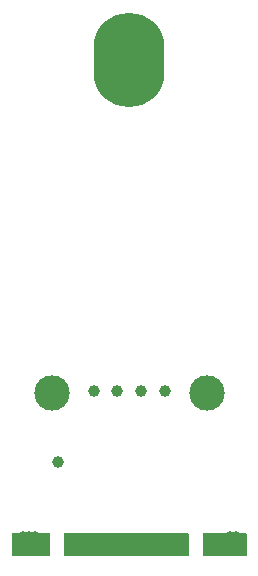
<source format=gbr>
%TF.GenerationSoftware,KiCad,Pcbnew,7.0.0-da2b9df05c~171~ubuntu20.04.1*%
%TF.CreationDate,2023-03-04T21:27:30-05:00*%
%TF.ProjectId,USB 2242,4c6f6769-7465-4636-9820-556e69667969,B*%
%TF.SameCoordinates,Original*%
%TF.FileFunction,Soldermask,Bot*%
%TF.FilePolarity,Negative*%
%FSLAX46Y46*%
G04 Gerber Fmt 4.6, Leading zero omitted, Abs format (unit mm)*
G04 Created by KiCad (PCBNEW 7.0.0-da2b9df05c~171~ubuntu20.04.1) date 2023-03-04 21:27:30*
%MOMM*%
%LPD*%
G01*
G04 APERTURE LIST*
G04 Aperture macros list*
%AMFreePoly0*
4,1,33,0.102133,0.973559,0.135618,0.966898,0.162652,0.955700,0.191039,0.936733,0.211733,0.916039,0.230700,0.887652,0.241898,0.860618,0.248559,0.827133,0.250000,0.812500,0.250000,-0.760000,0.244291,-0.788701,0.228033,-0.813033,0.088033,-0.953033,0.063701,-0.969291,0.035000,-0.975000,-0.035000,-0.975000,-0.063701,-0.969291,-0.088033,-0.953033,-0.228033,-0.813033,-0.244291,-0.788701,
-0.250000,-0.760000,-0.250000,0.812500,-0.248559,0.827133,-0.241898,0.860618,-0.230700,0.887652,-0.211733,0.916039,-0.191039,0.936733,-0.162652,0.955700,-0.135618,0.966898,-0.102133,0.973559,-0.087500,0.975000,0.087500,0.975000,0.102133,0.973559,0.102133,0.973559,$1*%
G04 Aperture macros list end*
%ADD10C,3.000000*%
%ADD11FreePoly0,0.000000*%
%ADD12C,5.500000*%
%ADD13O,6.000000X8.000000*%
%ADD14C,1.000000*%
G04 APERTURE END LIST*
D10*
%TO.C,USB1*%
X17570000Y13800000D03*
X4430000Y13800000D03*
%TD*%
D11*
%TO.C,J1*%
X20000000Y1100000D03*
D12*
X11000000Y42000000D03*
D13*
X10999999Y41999999D03*
D11*
X19500000Y1100000D03*
X3000000Y1100000D03*
X2500000Y1100000D03*
X2000000Y1100000D03*
%TD*%
D14*
%TO.C,TP2*%
X5000000Y8000000D03*
%TD*%
%TO.C,TP4*%
X10000000Y14000000D03*
%TD*%
%TO.C,TP5*%
X12000000Y14000000D03*
%TD*%
%TO.C,TP1*%
X8000000Y14000000D03*
%TD*%
%TO.C,TP3*%
X14000000Y14000000D03*
%TD*%
G36*
X4213000Y1983387D02*
G01*
X4258387Y1938000D01*
X4275000Y1876000D01*
X4275000Y124000D01*
X4258387Y62000D01*
X4213000Y16613D01*
X4151000Y0D01*
X1199000Y0D01*
X1137000Y16613D01*
X1091613Y62000D01*
X1075000Y124000D01*
X1075000Y1876000D01*
X1091613Y1938000D01*
X1137000Y1983387D01*
X1199000Y2000000D01*
X4151000Y2000000D01*
X4213000Y1983387D01*
G37*
G36*
X15963000Y1983387D02*
G01*
X16008387Y1938000D01*
X16025000Y1876000D01*
X16025000Y124000D01*
X16008387Y62000D01*
X15963000Y16613D01*
X15901000Y0D01*
X5599000Y0D01*
X5537000Y16613D01*
X5491613Y62000D01*
X5475000Y124000D01*
X5475000Y1876000D01*
X5491613Y1938000D01*
X5537000Y1983387D01*
X5599000Y2000000D01*
X15901000Y2000000D01*
X15963000Y1983387D01*
G37*
G36*
X20863000Y1983387D02*
G01*
X20908387Y1938000D01*
X20925000Y1876000D01*
X20925000Y124000D01*
X20908387Y62000D01*
X20863000Y16613D01*
X20801000Y0D01*
X17349000Y0D01*
X17287000Y16613D01*
X17241613Y62000D01*
X17225000Y124000D01*
X17225000Y1876000D01*
X17241613Y1938000D01*
X17287000Y1983387D01*
X17349000Y2000000D01*
X20801000Y2000000D01*
X20863000Y1983387D01*
G37*
M02*

</source>
